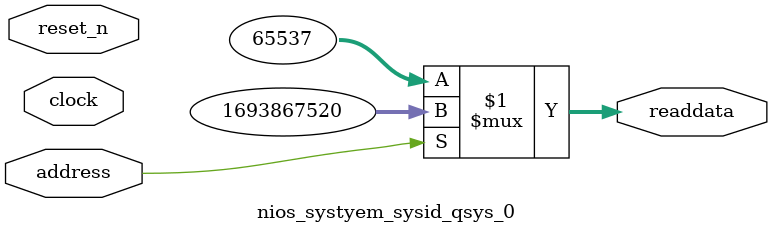
<source format=v>



// synthesis translate_off
`timescale 1ns / 1ps
// synthesis translate_on

// turn off superfluous verilog processor warnings 
// altera message_level Level1 
// altera message_off 10034 10035 10036 10037 10230 10240 10030 

module nios_systyem_sysid_qsys_0 (
               // inputs:
                address,
                clock,
                reset_n,

               // outputs:
                readdata
             )
;

  output  [ 31: 0] readdata;
  input            address;
  input            clock;
  input            reset_n;

  wire    [ 31: 0] readdata;
  //control_slave, which is an e_avalon_slave
  assign readdata = address ? 1693867520 : 65537;

endmodule



</source>
